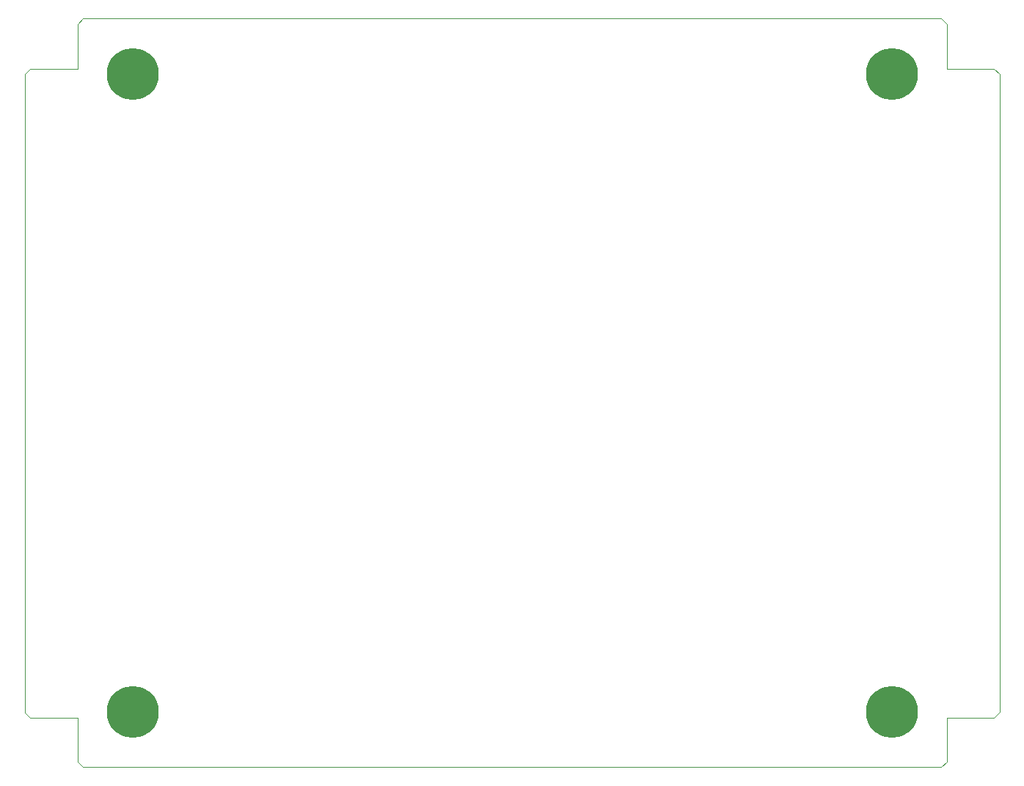
<source format=gbr>
%TF.GenerationSoftware,KiCad,Pcbnew,(5.1.6-0-10_14)*%
%TF.CreationDate,2020-10-12T07:31:40+01:00*%
%TF.ProjectId,ActiveMixerPedalWithDigitalPeakDetector,41637469-7665-44d6-9978-657250656461,rev?*%
%TF.SameCoordinates,Original*%
%TF.FileFunction,Copper,L2,Bot*%
%TF.FilePolarity,Positive*%
%FSLAX46Y46*%
G04 Gerber Fmt 4.6, Leading zero omitted, Abs format (unit mm)*
G04 Created by KiCad (PCBNEW (5.1.6-0-10_14)) date 2020-10-12 07:31:40*
%MOMM*%
%LPD*%
G01*
G04 APERTURE LIST*
%TA.AperFunction,Profile*%
%ADD10C,0.050000*%
%TD*%
%TA.AperFunction,ComponentPad*%
%ADD11C,6.000000*%
%TD*%
G04 APERTURE END LIST*
D10*
X148590000Y-140335000D02*
X147955000Y-140970000D01*
X148590000Y-135255000D02*
X148590000Y-140335000D01*
X154051000Y-135255000D02*
X148590000Y-135255000D01*
X154686000Y-134620000D02*
X154051000Y-135255000D01*
X154686000Y-60960000D02*
X154686000Y-134620000D01*
X154051000Y-60325000D02*
X154686000Y-60960000D01*
X148590000Y-60325000D02*
X154051000Y-60325000D01*
X148590000Y-55181500D02*
X148590000Y-60325000D01*
X147955000Y-54546500D02*
X148590000Y-55181500D01*
X48895000Y-54546500D02*
X147955000Y-54546500D01*
X48260000Y-55181500D02*
X48895000Y-54546500D01*
X48260000Y-60325000D02*
X48260000Y-55181500D01*
X42799000Y-60325000D02*
X48260000Y-60325000D01*
X42164000Y-60960000D02*
X42799000Y-60325000D01*
X42164000Y-134683500D02*
X42164000Y-60960000D01*
X42799000Y-135318500D02*
X42164000Y-134683500D01*
X48260000Y-135318500D02*
X42799000Y-135318500D01*
X48260000Y-140335000D02*
X48260000Y-135318500D01*
X48895000Y-140970000D02*
X48260000Y-140335000D01*
X147955000Y-140970000D02*
X48895000Y-140970000D01*
D11*
%TO.P,REF\u002A\u002A,1*%
%TO.N,N/C*%
X54610000Y-60960000D03*
%TD*%
%TO.P,REF\u002A\u002A,1*%
%TO.N,N/C*%
X54610000Y-134620000D03*
%TD*%
%TO.P,REF\u002A\u002A,1*%
%TO.N,N/C*%
X142240000Y-60960000D03*
%TD*%
%TO.P,REF\u002A\u002A,1*%
%TO.N,N/C*%
X142240000Y-134620000D03*
%TD*%
M02*

</source>
